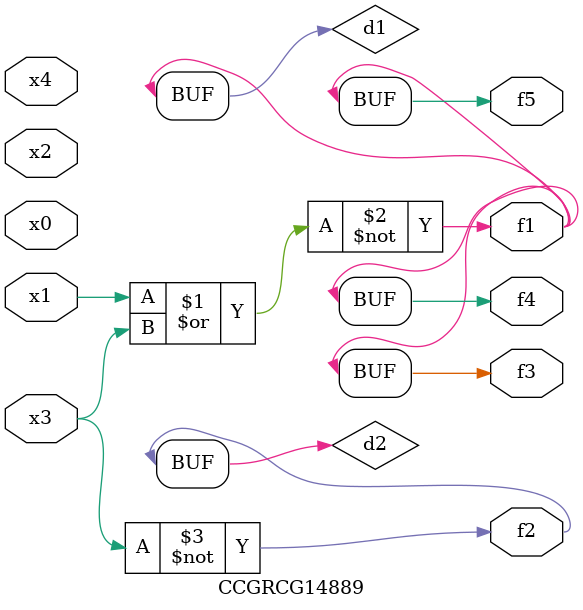
<source format=v>
module CCGRCG14889(
	input x0, x1, x2, x3, x4,
	output f1, f2, f3, f4, f5
);

	wire d1, d2;

	nor (d1, x1, x3);
	not (d2, x3);
	assign f1 = d1;
	assign f2 = d2;
	assign f3 = d1;
	assign f4 = d1;
	assign f5 = d1;
endmodule

</source>
